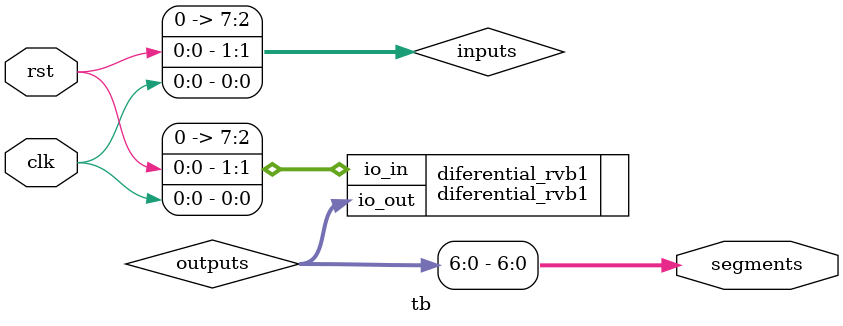
<source format=v>
`default_nettype none
`timescale 1ns/1ps

/*
this testbench just instantiates the module and makes some convenient wires
that can be driven / tested by the cocotb test.py
*/

module tb (
    // testbench is controlled by test.py
    input clk,
    input rst,
    output [6:0] segments
   );

    // this part dumps the trace to a vcd file that can be viewed with GTKWave
    initial begin
        $dumpfile ("tb.vcd");
        $dumpvars (0, tb);
        #1;
    end

    // wire up the inputs and outputs
    wire [7:0] inputs = {6'b0, rst, clk};
    wire [7:0] outputs;
    assign segments = outputs[6:0];

    // instantiate the DUT
    diferential_rvb1 diferential_rvb1(
        `ifdef GL_TEST
            .vccd1( 1'b1),
            .vssd1( 1'b0),
        `endif
        .io_in  (inputs),
        .io_out (outputs)
        );

endmodule

</source>
